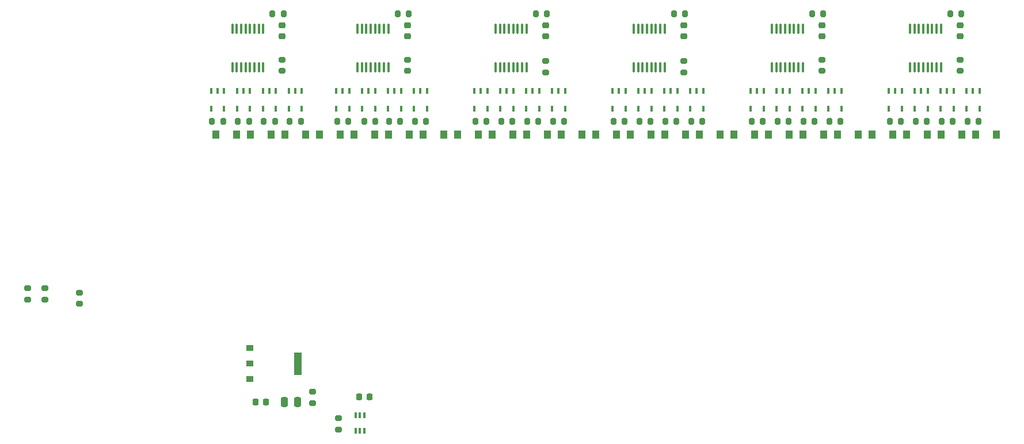
<source format=gbr>
%TF.GenerationSoftware,KiCad,Pcbnew,(6.0.9)*%
%TF.CreationDate,2023-02-20T09:51:29-08:00*%
%TF.ProjectId,RF_control_board_v2,52465f63-6f6e-4747-926f-6c5f626f6172,rev?*%
%TF.SameCoordinates,Original*%
%TF.FileFunction,Paste,Top*%
%TF.FilePolarity,Positive*%
%FSLAX46Y46*%
G04 Gerber Fmt 4.6, Leading zero omitted, Abs format (unit mm)*
G04 Created by KiCad (PCBNEW (6.0.9)) date 2023-02-20 09:51:29*
%MOMM*%
%LPD*%
G01*
G04 APERTURE LIST*
G04 Aperture macros list*
%AMRoundRect*
0 Rectangle with rounded corners*
0 $1 Rounding radius*
0 $2 $3 $4 $5 $6 $7 $8 $9 X,Y pos of 4 corners*
0 Add a 4 corners polygon primitive as box body*
4,1,4,$2,$3,$4,$5,$6,$7,$8,$9,$2,$3,0*
0 Add four circle primitives for the rounded corners*
1,1,$1+$1,$2,$3*
1,1,$1+$1,$4,$5*
1,1,$1+$1,$6,$7*
1,1,$1+$1,$8,$9*
0 Add four rect primitives between the rounded corners*
20,1,$1+$1,$2,$3,$4,$5,0*
20,1,$1+$1,$4,$5,$6,$7,0*
20,1,$1+$1,$6,$7,$8,$9,0*
20,1,$1+$1,$8,$9,$2,$3,0*%
G04 Aperture macros list end*
%ADD10C,0.100000*%
%ADD11RoundRect,0.250000X0.250000X0.475000X-0.250000X0.475000X-0.250000X-0.475000X0.250000X-0.475000X0*%
%ADD12RoundRect,0.200000X-0.275000X0.200000X-0.275000X-0.200000X0.275000X-0.200000X0.275000X0.200000X0*%
%ADD13R,0.406400X0.903199*%
%ADD14RoundRect,0.200000X-0.200000X-0.275000X0.200000X-0.275000X0.200000X0.275000X-0.200000X0.275000X0*%
%ADD15RoundRect,0.100000X0.100000X-0.637500X0.100000X0.637500X-0.100000X0.637500X-0.100000X-0.637500X0*%
%ADD16RoundRect,0.225000X0.250000X-0.225000X0.250000X0.225000X-0.250000X0.225000X-0.250000X-0.225000X0*%
%ADD17R,1.016000X1.270000*%
%ADD18RoundRect,0.200000X0.200000X0.275000X-0.200000X0.275000X-0.200000X-0.275000X0.200000X-0.275000X0*%
%ADD19RoundRect,0.225000X-0.225000X-0.250000X0.225000X-0.250000X0.225000X0.250000X-0.225000X0.250000X0*%
%ADD20R,1.016000X0.889000*%
%ADD21RoundRect,0.200000X0.275000X-0.200000X0.275000X0.200000X-0.275000X0.200000X-0.275000X-0.200000X0*%
%ADD22RoundRect,0.225000X0.225000X0.250000X-0.225000X0.250000X-0.225000X-0.250000X0.225000X-0.250000X0*%
%ADD23R,0.399999X0.850001*%
G04 APERTURE END LIST*
%TO.C,U1*%
G36*
X97980500Y-131210200D02*
G01*
X96964500Y-131210200D01*
X96964500Y-128009800D01*
X97980500Y-128009800D01*
X97980500Y-131210200D01*
G37*
D10*
X97980500Y-131210200D02*
X96964500Y-131210200D01*
X96964500Y-128009800D01*
X97980500Y-128009800D01*
X97980500Y-131210200D01*
%TD*%
D11*
%TO.C,C9*%
X97470000Y-135325000D03*
X95570000Y-135325000D03*
%TD*%
D12*
%TO.C,R19*%
X95250000Y-84900000D03*
X95250000Y-86550000D03*
%TD*%
D13*
%TO.C,U32*%
X84774999Y-92100400D03*
X86675001Y-92100400D03*
X86675001Y-89509600D03*
X85725000Y-89509600D03*
X84774999Y-89509600D03*
%TD*%
D14*
%TO.C,R36*%
X103315000Y-93980000D03*
X104965000Y-93980000D03*
%TD*%
D12*
%TO.C,R2*%
X57785000Y-118555000D03*
X57785000Y-120205000D03*
%TD*%
D15*
%TO.C,U8*%
X167270000Y-86047500D03*
X167920000Y-86047500D03*
X168570000Y-86047500D03*
X169220000Y-86047500D03*
X169870000Y-86047500D03*
X170520000Y-86047500D03*
X171170000Y-86047500D03*
X171820000Y-86047500D03*
X171820000Y-80322500D03*
X171170000Y-80322500D03*
X170520000Y-80322500D03*
X169870000Y-80322500D03*
X169220000Y-80322500D03*
X168570000Y-80322500D03*
X167920000Y-80322500D03*
X167270000Y-80322500D03*
%TD*%
D12*
%TO.C,R1*%
X60325000Y-118555000D03*
X60325000Y-120205000D03*
%TD*%
D16*
%TO.C,C7*%
X95250000Y-81420000D03*
X95250000Y-79870000D03*
%TD*%
D13*
%TO.C,U13*%
X184469999Y-92100400D03*
X186370001Y-92100400D03*
X186370001Y-89509600D03*
X185420000Y-89509600D03*
X184469999Y-89509600D03*
%TD*%
D15*
%TO.C,U10*%
X126630000Y-86047500D03*
X127280000Y-86047500D03*
X127930000Y-86047500D03*
X128580000Y-86047500D03*
X129230000Y-86047500D03*
X129880000Y-86047500D03*
X130530000Y-86047500D03*
X131180000Y-86047500D03*
X131180000Y-80322500D03*
X130530000Y-80322500D03*
X129880000Y-80322500D03*
X129230000Y-80322500D03*
X128580000Y-80322500D03*
X127930000Y-80322500D03*
X127280000Y-80322500D03*
X126630000Y-80322500D03*
%TD*%
D14*
%TO.C,R22*%
X171895000Y-93980000D03*
X173545000Y-93980000D03*
%TD*%
D13*
%TO.C,U19*%
X151449999Y-92100400D03*
X153350001Y-92100400D03*
X153350001Y-89509600D03*
X152400000Y-89509600D03*
X151449999Y-89509600D03*
%TD*%
D16*
%TO.C,C5*%
X113665000Y-81420000D03*
X113665000Y-79870000D03*
%TD*%
D17*
%TO.C,V3*%
X190119000Y-95885000D03*
X187071000Y-95885000D03*
%TD*%
D13*
%TO.C,U26*%
X114619999Y-92100400D03*
X116520001Y-92100400D03*
X116520001Y-89509600D03*
X115570000Y-89509600D03*
X114619999Y-89509600D03*
%TD*%
D14*
%TO.C,R24*%
X164275000Y-93980000D03*
X165925000Y-93980000D03*
%TD*%
%TO.C,R20*%
X184595000Y-93980000D03*
X186245000Y-93980000D03*
%TD*%
%TO.C,R35*%
X107315000Y-93980000D03*
X108965000Y-93980000D03*
%TD*%
D18*
%TO.C,R11*%
X154495000Y-78105000D03*
X152845000Y-78105000D03*
%TD*%
D19*
%TO.C,C8*%
X91300000Y-135325000D03*
X92850000Y-135325000D03*
%TD*%
D13*
%TO.C,U4*%
X195899999Y-92100400D03*
X197800001Y-92100400D03*
X197800001Y-89509600D03*
X196850000Y-89509600D03*
X195899999Y-89509600D03*
%TD*%
D17*
%TO.C,V1*%
X200279000Y-95885000D03*
X197231000Y-95885000D03*
%TD*%
D14*
%TO.C,R37*%
X96330000Y-93980000D03*
X97980000Y-93980000D03*
%TD*%
D20*
%TO.C,U1*%
X90487500Y-127311300D03*
X90487500Y-129610000D03*
X90487500Y-131908700D03*
%TD*%
D21*
%TO.C,R8*%
X103505000Y-139330001D03*
X103505000Y-137680001D03*
%TD*%
D17*
%TO.C,V15*%
X129159000Y-95885000D03*
X126111000Y-95885000D03*
%TD*%
D18*
%TO.C,R12*%
X134175000Y-78105000D03*
X132525000Y-78105000D03*
%TD*%
D17*
%TO.C,V13*%
X139319000Y-95885000D03*
X136271000Y-95885000D03*
%TD*%
%TO.C,V2*%
X195199000Y-95885000D03*
X192151000Y-95885000D03*
%TD*%
D18*
%TO.C,R10*%
X174815000Y-78105000D03*
X173165000Y-78105000D03*
%TD*%
D12*
%TO.C,R18*%
X113665000Y-84900000D03*
X113665000Y-86550000D03*
%TD*%
D13*
%TO.C,U15*%
X171769999Y-92100400D03*
X173670001Y-92100400D03*
X173670001Y-89509600D03*
X172720000Y-89509600D03*
X171769999Y-89509600D03*
%TD*%
D12*
%TO.C,R3*%
X194945000Y-84900000D03*
X194945000Y-86550000D03*
%TD*%
D16*
%TO.C,C3*%
X174625000Y-81420000D03*
X174625000Y-79870000D03*
%TD*%
D13*
%TO.C,U24*%
X127319999Y-92100400D03*
X129220001Y-92100400D03*
X129220001Y-89509600D03*
X128270000Y-89509600D03*
X127319999Y-89509600D03*
%TD*%
D14*
%TO.C,R29*%
X135065000Y-93980000D03*
X136715000Y-93980000D03*
%TD*%
D17*
%TO.C,V20*%
X103759000Y-95885000D03*
X100711000Y-95885000D03*
%TD*%
%TO.C,V18*%
X113919000Y-95885000D03*
X110871000Y-95885000D03*
%TD*%
D12*
%TO.C,R15*%
X174625000Y-84900000D03*
X174625000Y-86550000D03*
%TD*%
D17*
%TO.C,V14*%
X134239000Y-95885000D03*
X131191000Y-95885000D03*
%TD*%
D13*
%TO.C,U31*%
X88584999Y-92100400D03*
X90485001Y-92100400D03*
X90485001Y-89509600D03*
X89535000Y-89509600D03*
X88584999Y-89509600D03*
%TD*%
D15*
%TO.C,U3*%
X187590000Y-86047500D03*
X188240000Y-86047500D03*
X188890000Y-86047500D03*
X189540000Y-86047500D03*
X190190000Y-86047500D03*
X190840000Y-86047500D03*
X191490000Y-86047500D03*
X192140000Y-86047500D03*
X192140000Y-80322500D03*
X191490000Y-80322500D03*
X190840000Y-80322500D03*
X190190000Y-80322500D03*
X189540000Y-80322500D03*
X188890000Y-80322500D03*
X188240000Y-80322500D03*
X187590000Y-80322500D03*
%TD*%
D17*
%TO.C,V6*%
X174879000Y-95885000D03*
X171831000Y-95885000D03*
%TD*%
%TO.C,V23*%
X88519000Y-95885000D03*
X85471000Y-95885000D03*
%TD*%
%TO.C,V12*%
X144399000Y-95885000D03*
X141351000Y-95885000D03*
%TD*%
D14*
%TO.C,R40*%
X84900000Y-93980000D03*
X86550000Y-93980000D03*
%TD*%
D17*
%TO.C,V8*%
X164719000Y-95885000D03*
X161671000Y-95885000D03*
%TD*%
%TO.C,V7*%
X169799000Y-95885000D03*
X166751000Y-95885000D03*
%TD*%
D14*
%TO.C,R38*%
X92520000Y-93980000D03*
X94170000Y-93980000D03*
%TD*%
D13*
%TO.C,U29*%
X103189999Y-92100400D03*
X105090001Y-92100400D03*
X105090001Y-89509600D03*
X104140000Y-89509600D03*
X103189999Y-89509600D03*
%TD*%
D17*
%TO.C,V10*%
X154559000Y-95885000D03*
X151511000Y-95885000D03*
%TD*%
D22*
%TO.C,C2*%
X108090000Y-134550000D03*
X106540000Y-134550000D03*
%TD*%
D14*
%TO.C,R4*%
X196025000Y-93980000D03*
X197675000Y-93980000D03*
%TD*%
D13*
%TO.C,U30*%
X92394999Y-92100400D03*
X94295001Y-92100400D03*
X94295001Y-89509600D03*
X93345000Y-89509600D03*
X92394999Y-89509600D03*
%TD*%
%TO.C,U21*%
X143829999Y-92100400D03*
X145730001Y-92100400D03*
X145730001Y-89509600D03*
X144780000Y-89509600D03*
X143829999Y-89509600D03*
%TD*%
D14*
%TO.C,R39*%
X88710000Y-93980000D03*
X90360000Y-93980000D03*
%TD*%
D13*
%TO.C,U20*%
X147639999Y-92100400D03*
X149540001Y-92100400D03*
X149540001Y-89509600D03*
X148590000Y-89509600D03*
X147639999Y-89509600D03*
%TD*%
D14*
%TO.C,R23*%
X168085000Y-93980000D03*
X169735000Y-93980000D03*
%TD*%
D13*
%TO.C,U23*%
X131129999Y-92100400D03*
X133030001Y-92100400D03*
X133030001Y-89509600D03*
X132080000Y-89509600D03*
X131129999Y-89509600D03*
%TD*%
%TO.C,U6*%
X188279999Y-92100400D03*
X190180001Y-92100400D03*
X190180001Y-89509600D03*
X189230000Y-89509600D03*
X188279999Y-89509600D03*
%TD*%
%TO.C,U27*%
X110809999Y-92100400D03*
X112710001Y-92100400D03*
X112710001Y-89509600D03*
X111760000Y-89509600D03*
X110809999Y-89509600D03*
%TD*%
D18*
%TO.C,R14*%
X95440000Y-78105000D03*
X93790000Y-78105000D03*
%TD*%
D14*
%TO.C,R21*%
X175705000Y-93980000D03*
X177355000Y-93980000D03*
%TD*%
D17*
%TO.C,V16*%
X124079000Y-95885000D03*
X121031000Y-95885000D03*
%TD*%
D14*
%TO.C,R34*%
X110935000Y-93980000D03*
X112585000Y-93980000D03*
%TD*%
%TO.C,R32*%
X123635000Y-93980000D03*
X125285000Y-93980000D03*
%TD*%
D15*
%TO.C,U9*%
X146950000Y-86047500D03*
X147600000Y-86047500D03*
X148250000Y-86047500D03*
X148900000Y-86047500D03*
X149550000Y-86047500D03*
X150200000Y-86047500D03*
X150850000Y-86047500D03*
X151500000Y-86047500D03*
X151500000Y-80322500D03*
X150850000Y-80322500D03*
X150200000Y-80322500D03*
X149550000Y-80322500D03*
X148900000Y-80322500D03*
X148250000Y-80322500D03*
X147600000Y-80322500D03*
X146950000Y-80322500D03*
%TD*%
D17*
%TO.C,V11*%
X149479000Y-95885000D03*
X146431000Y-95885000D03*
%TD*%
D21*
%TO.C,R7*%
X65405000Y-120840000D03*
X65405000Y-119190000D03*
%TD*%
D14*
%TO.C,R25*%
X155385000Y-93980000D03*
X157035000Y-93980000D03*
%TD*%
D18*
%TO.C,R13*%
X113855000Y-78105000D03*
X112205000Y-78105000D03*
%TD*%
D13*
%TO.C,U22*%
X134939999Y-92100400D03*
X136840001Y-92100400D03*
X136840001Y-89509600D03*
X135890000Y-89509600D03*
X134939999Y-89509600D03*
%TD*%
%TO.C,U14*%
X175579999Y-92100400D03*
X177480001Y-92100400D03*
X177480001Y-89509600D03*
X176530000Y-89509600D03*
X175579999Y-89509600D03*
%TD*%
%TO.C,U28*%
X106999999Y-92100400D03*
X108900001Y-92100400D03*
X108900001Y-89509600D03*
X107950000Y-89509600D03*
X106999999Y-89509600D03*
%TD*%
D14*
%TO.C,R26*%
X151575000Y-93980000D03*
X153225000Y-93980000D03*
%TD*%
D13*
%TO.C,U2*%
X96204999Y-92100400D03*
X98105001Y-92100400D03*
X98105001Y-89509600D03*
X97155000Y-89509600D03*
X96204999Y-89509600D03*
%TD*%
D17*
%TO.C,V19*%
X108839000Y-95885000D03*
X105791000Y-95885000D03*
%TD*%
D13*
%TO.C,U17*%
X164149999Y-92100400D03*
X166050001Y-92100400D03*
X166050001Y-89509600D03*
X165100000Y-89509600D03*
X164149999Y-89509600D03*
%TD*%
D15*
%TO.C,U12*%
X87895000Y-86047500D03*
X88545000Y-86047500D03*
X89195000Y-86047500D03*
X89845000Y-86047500D03*
X90495000Y-86047500D03*
X91145000Y-86047500D03*
X91795000Y-86047500D03*
X92445000Y-86047500D03*
X92445000Y-80322500D03*
X91795000Y-80322500D03*
X91145000Y-80322500D03*
X90495000Y-80322500D03*
X89845000Y-80322500D03*
X89195000Y-80322500D03*
X88545000Y-80322500D03*
X87895000Y-80322500D03*
%TD*%
D14*
%TO.C,R6*%
X188405000Y-93980000D03*
X190055000Y-93980000D03*
%TD*%
D13*
%TO.C,U5*%
X192089999Y-92100400D03*
X193990001Y-92100400D03*
X193990001Y-89509600D03*
X193040000Y-89509600D03*
X192089999Y-89509600D03*
%TD*%
D17*
%TO.C,V17*%
X118999000Y-95885000D03*
X115951000Y-95885000D03*
%TD*%
D15*
%TO.C,U11*%
X106310000Y-86047500D03*
X106960000Y-86047500D03*
X107610000Y-86047500D03*
X108260000Y-86047500D03*
X108910000Y-86047500D03*
X109560000Y-86047500D03*
X110210000Y-86047500D03*
X110860000Y-86047500D03*
X110860000Y-80322500D03*
X110210000Y-80322500D03*
X109560000Y-80322500D03*
X108910000Y-80322500D03*
X108260000Y-80322500D03*
X107610000Y-80322500D03*
X106960000Y-80322500D03*
X106310000Y-80322500D03*
%TD*%
D17*
%TO.C,V21*%
X98679000Y-95885000D03*
X95631000Y-95885000D03*
%TD*%
D16*
%TO.C,C4*%
X154305000Y-81420000D03*
X154305000Y-79870000D03*
%TD*%
D18*
%TO.C,R9*%
X195135000Y-78105000D03*
X193485000Y-78105000D03*
%TD*%
D13*
%TO.C,U16*%
X167959999Y-92100400D03*
X169860001Y-92100400D03*
X169860001Y-89509600D03*
X168910000Y-89509600D03*
X167959999Y-89509600D03*
%TD*%
D17*
%TO.C,V22*%
X93599000Y-95885000D03*
X90551000Y-95885000D03*
%TD*%
D12*
%TO.C,R16*%
X154305000Y-85090000D03*
X154305000Y-86740000D03*
%TD*%
D23*
%TO.C,U7*%
X107330001Y-137235001D03*
X106680000Y-137235001D03*
X106030001Y-137235001D03*
X106030001Y-139485002D03*
X106680000Y-139485002D03*
X107330001Y-139485002D03*
%TD*%
D12*
%TO.C,R17*%
X133985000Y-85090000D03*
X133985000Y-86740000D03*
%TD*%
D17*
%TO.C,V9*%
X159639000Y-95885000D03*
X156591000Y-95885000D03*
%TD*%
D14*
%TO.C,R31*%
X127445000Y-93980000D03*
X129095000Y-93980000D03*
%TD*%
%TO.C,R27*%
X147765000Y-93980000D03*
X149415000Y-93980000D03*
%TD*%
D16*
%TO.C,C1*%
X194945000Y-81420000D03*
X194945000Y-79870000D03*
%TD*%
D13*
%TO.C,U25*%
X123509999Y-92100400D03*
X125410001Y-92100400D03*
X125410001Y-89509600D03*
X124460000Y-89509600D03*
X123509999Y-89509600D03*
%TD*%
D14*
%TO.C,R33*%
X114745000Y-93980000D03*
X116395000Y-93980000D03*
%TD*%
D17*
%TO.C,V5*%
X179959000Y-95885000D03*
X176911000Y-95885000D03*
%TD*%
%TO.C,V4*%
X185039000Y-95885000D03*
X181991000Y-95885000D03*
%TD*%
D13*
%TO.C,U18*%
X155259999Y-92100400D03*
X157160001Y-92100400D03*
X157160001Y-89509600D03*
X156210000Y-89509600D03*
X155259999Y-89509600D03*
%TD*%
D16*
%TO.C,C6*%
X133985000Y-81420000D03*
X133985000Y-79870000D03*
%TD*%
D21*
%TO.C,R41*%
X99695000Y-135445000D03*
X99695000Y-133795000D03*
%TD*%
D14*
%TO.C,R28*%
X143955000Y-93980000D03*
X145605000Y-93980000D03*
%TD*%
%TO.C,R30*%
X131255000Y-93980000D03*
X132905000Y-93980000D03*
%TD*%
%TO.C,R5*%
X192215000Y-93980000D03*
X193865000Y-93980000D03*
%TD*%
M02*

</source>
